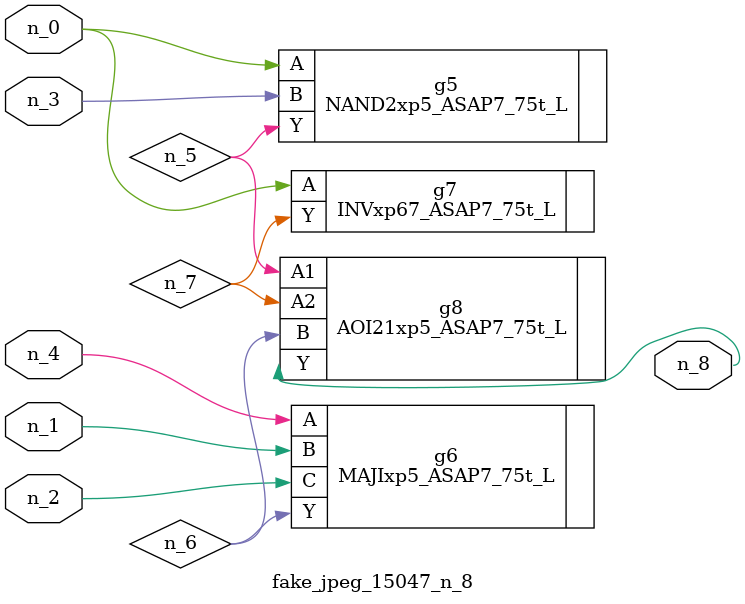
<source format=v>
module fake_jpeg_15047_n_8 (n_3, n_2, n_1, n_0, n_4, n_8);

input n_3;
input n_2;
input n_1;
input n_0;
input n_4;

output n_8;

wire n_6;
wire n_5;
wire n_7;

NAND2xp5_ASAP7_75t_L g5 ( 
.A(n_0),
.B(n_3),
.Y(n_5)
);

MAJIxp5_ASAP7_75t_L g6 ( 
.A(n_4),
.B(n_1),
.C(n_2),
.Y(n_6)
);

INVxp67_ASAP7_75t_L g7 ( 
.A(n_0),
.Y(n_7)
);

AOI21xp5_ASAP7_75t_L g8 ( 
.A1(n_5),
.A2(n_7),
.B(n_6),
.Y(n_8)
);


endmodule
</source>
